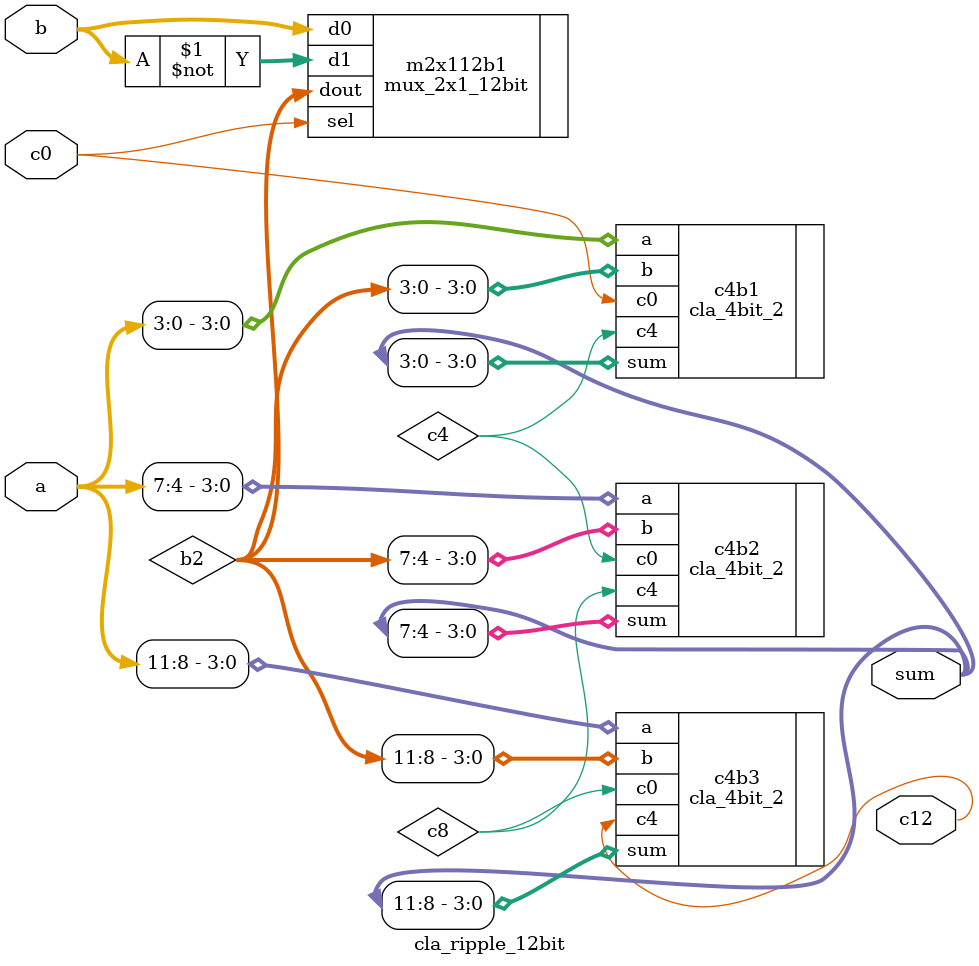
<source format=v>


module cla_ripple_12bit(sum,c12,a,b,c0);
	output [11:0] sum;
	output c12;
	input [11:0] a,b;
	input c0;
	wire c4;
	wire c8;
	wire [11:0] b2;
	mux_2x1_12bit m2x112b1(.dout(b2),.d0(b),.d1((~b)),.sel(c0));
	cla_4bit_2 c4b1(.sum(sum[3:0]),.c4(c4),.a(a[3:0]),.b(b2[3:0]),.c0(c0));
	cla_4bit_2 c4b2(.sum(sum[7:4]),.c4(c8),.a(a[7:4]),.b(b2[7:4]),.c0(c4));
	cla_4bit_2 c4b3(.sum(sum[11:8]),.c4(c12),.a(a[11:8]),.b(b2[11:8]),.c0(c8));
endmodule


/*
module cla_ripple_8bit(sum,c8,a,b,c0);
	output [7:0] sum;
	output c8;
	input [7:0] a,b;
	input c0;
	wire c4;
	wire [7:0] b2;
	mux_2x1 m2x1(.dout(b2),.d0(b),.d1((~b)),.sel(c0));
	cla_4bit_2 c4b1(.sum(sum[3:0]),.c4(c4),.a(a[3:0]),.b(b2[3:0]),.c0(c0));
	cla_4bit_2 c4b2(.sum(sum[7:4]),.c4(c8),.a(a[7:4]),.b(b2[7:4]),.c0(c4));
endmodule
*/



/*
module tb_cla_ripple_8bit();
	reg [7:0] a,b;
	reg c0;
	wire [7:0] d;
	wire cout;
	cla_ripple_8bit uut(.sum(d),.c8(cout),.a(a),.b(b),.c0(c0));
	
	initial
	begin
	#00 a=8'd10; b=8'd10; c0 = 1'b0; //10-2
	#20 a=8'd30; b=8'd20; c0 = 1'b1;
	#20 a=8'd150; b=8'd130; c0 = 1'b1; //3-5
	#20 a=8'd255; b=8'd255; c0 = 1'b1;
	#20 $stop;
	end
	
	initial
	begin
	$monitor("time=%3d, a=%8d, b=%8d, co=%b, d=%8d, cout=%1b",$time,a,b,c0,d,cout);
	end
		
	initial
	begin
	$dumpfile("cla.vcd");
	$dumpvars;
	end
	
endmodule
*/

/*
module tb_cla_4bit();
	reg [3:0] a,b;
	reg c0;
	wire [3:0] d;
	wire cout;
	cla_4bit uut(.sum(d),.c4(cout),.a(a),.b(b),.c0(c0));
	
	initial
	begin
	#00 a=4'd10; b=4'b1101; c0 = 1'b1; //10-2
	#20 a=4'd10; b=4'b0101; c0 = 1'b1;
	#20 a=4'd3; b=4'b1010; c0 = 1'b1; //3-5
	#20 a=4'd15; b=4'd0; c0 = 1'b1;
	#20 $stop;
	end
	
	initial
	begin
	$monitor("time=%3d, a=%4d, b=%4d, co=%b, d=%4d, cout=%1b",$time,a,b,c0,d,cout);
	end
		
	initial
	begin
	$dumpfile("cla.vcd");
	$dumpvars;
	end
	
endmodule
*/
</source>
